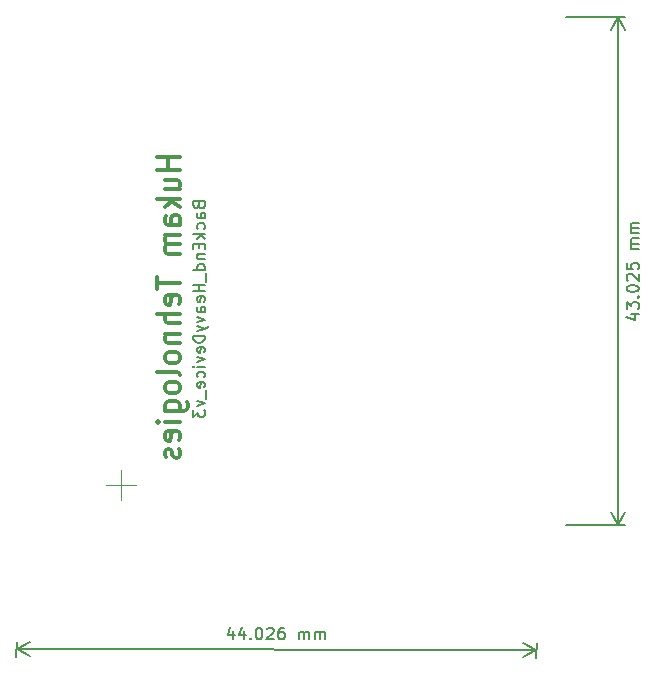
<source format=gbr>
G04 #@! TF.GenerationSoftware,KiCad,Pcbnew,5.1.7-a382d34a8~88~ubuntu18.04.1*
G04 #@! TF.CreationDate,2021-08-09T13:16:33+05:30*
G04 #@! TF.ProjectId,BackEnd_HeavyDevice_v3,4261636b-456e-4645-9f48-656176794465,rev?*
G04 #@! TF.SameCoordinates,Original*
G04 #@! TF.FileFunction,OtherDrawing,Comment*
%FSLAX46Y46*%
G04 Gerber Fmt 4.6, Leading zero omitted, Abs format (unit mm)*
G04 Created by KiCad (PCBNEW 5.1.7-a382d34a8~88~ubuntu18.04.1) date 2021-08-09 13:16:33*
%MOMM*%
%LPD*%
G01*
G04 APERTURE LIST*
%ADD10C,0.150000*%
%ADD11C,0.200000*%
%ADD12C,0.300000*%
%ADD13C,0.050000*%
G04 APERTURE END LIST*
D10*
X159653245Y-117933514D02*
X160319910Y-117934577D01*
X159271913Y-118171002D02*
X159985818Y-118410235D01*
X159986805Y-117791188D01*
X159320595Y-117504412D02*
X159321582Y-116885365D01*
X159702002Y-117219305D01*
X159702230Y-117076448D01*
X159750001Y-116981286D01*
X159797695Y-116933743D01*
X159893009Y-116886276D01*
X160131104Y-116886655D01*
X160226266Y-116934426D01*
X160273809Y-116982121D01*
X160321277Y-117077435D01*
X160320821Y-117363149D01*
X160273050Y-117458311D01*
X160225356Y-117505854D01*
X160227025Y-116458236D02*
X160274720Y-116410693D01*
X160322263Y-116458388D01*
X160274568Y-116505931D01*
X160227025Y-116458236D01*
X160322263Y-116458388D01*
X159323327Y-115790128D02*
X159323479Y-115694890D01*
X159371250Y-115599728D01*
X159418945Y-115552185D01*
X159514259Y-115504718D01*
X159704810Y-115457403D01*
X159942905Y-115457782D01*
X160133305Y-115505705D01*
X160228468Y-115553475D01*
X160276011Y-115601170D01*
X160323478Y-115696484D01*
X160323326Y-115791722D01*
X160275555Y-115886884D01*
X160227860Y-115934427D01*
X160132546Y-115981895D01*
X159941995Y-116029210D01*
X159703900Y-116028830D01*
X159513500Y-115980908D01*
X159418338Y-115933137D01*
X159370794Y-115885442D01*
X159323327Y-115790128D01*
X159419704Y-115075995D02*
X159372161Y-115028300D01*
X159324694Y-114932986D01*
X159325073Y-114694892D01*
X159372844Y-114599729D01*
X159420539Y-114552186D01*
X159515853Y-114504719D01*
X159611091Y-114504871D01*
X159753872Y-114552718D01*
X160324389Y-115125056D01*
X160325375Y-114506010D01*
X159326819Y-113599655D02*
X159326060Y-114075845D01*
X159802174Y-114124223D01*
X159754631Y-114076528D01*
X159707163Y-113981214D01*
X159707543Y-113743119D01*
X159755314Y-113647957D01*
X159803009Y-113600414D01*
X159898323Y-113552947D01*
X160136417Y-113553326D01*
X160231580Y-113601097D01*
X160279123Y-113648792D01*
X160326590Y-113744106D01*
X160326210Y-113982201D01*
X160278440Y-114077363D01*
X160230745Y-114124906D01*
X160328791Y-112363155D02*
X159662125Y-112362092D01*
X159757363Y-112362244D02*
X159709820Y-112314549D01*
X159662353Y-112219235D01*
X159662581Y-112076379D01*
X159710351Y-111981216D01*
X159805665Y-111933749D01*
X160329474Y-111934584D01*
X159805665Y-111933749D02*
X159710503Y-111885978D01*
X159663036Y-111790665D01*
X159663264Y-111647808D01*
X159711034Y-111552646D01*
X159806348Y-111505178D01*
X160330157Y-111506013D01*
X160330916Y-111029823D02*
X159664250Y-111028761D01*
X159759488Y-111028913D02*
X159711945Y-110981218D01*
X159664478Y-110885904D01*
X159664706Y-110743047D01*
X159712477Y-110647885D01*
X159807791Y-110600418D01*
X160331599Y-110601253D01*
X159807791Y-110600418D02*
X159712628Y-110552647D01*
X159665161Y-110457333D01*
X159665389Y-110314476D01*
X159713160Y-110219314D01*
X159808474Y-110171847D01*
X160332282Y-110172682D01*
X158539087Y-135777652D02*
X158607667Y-92752592D01*
X154127200Y-135770620D02*
X159125507Y-135778587D01*
X154195780Y-92745560D02*
X159194087Y-92753527D01*
X158607667Y-92752592D02*
X159192291Y-93880029D01*
X158607667Y-92752592D02*
X158019451Y-93878160D01*
X158539087Y-135777652D02*
X159127303Y-134652084D01*
X158539087Y-135777652D02*
X157954463Y-134650215D01*
X125991213Y-144777813D02*
X125990521Y-145444479D01*
X125753514Y-144396614D02*
X125514677Y-145110652D01*
X126133724Y-145111295D01*
X126943594Y-144778802D02*
X126942901Y-145445468D01*
X126705894Y-144397603D02*
X126467057Y-145111641D01*
X127086105Y-145112284D01*
X127466810Y-145350774D02*
X127514379Y-145398443D01*
X127466711Y-145446012D01*
X127419141Y-145398344D01*
X127466810Y-145350774D01*
X127466711Y-145446012D01*
X128134415Y-144446705D02*
X128229654Y-144446804D01*
X128324842Y-144494522D01*
X128372412Y-144542191D01*
X128419932Y-144637478D01*
X128467353Y-144828004D01*
X128467106Y-145066099D01*
X128419289Y-145256525D01*
X128371571Y-145351714D01*
X128323903Y-145399284D01*
X128228615Y-145446804D01*
X128133377Y-145446705D01*
X128038188Y-145398987D01*
X127990619Y-145351318D01*
X127943099Y-145256031D01*
X127895678Y-145065505D01*
X127895925Y-144827410D01*
X127943742Y-144636984D01*
X127991460Y-144541795D01*
X128039128Y-144494225D01*
X128134415Y-144446705D01*
X128848602Y-144542685D02*
X128896270Y-144495116D01*
X128991558Y-144447595D01*
X129229653Y-144447843D01*
X129324842Y-144495561D01*
X129372411Y-144543229D01*
X129419931Y-144638517D01*
X129419832Y-144733755D01*
X129372065Y-144876562D01*
X128800043Y-145447397D01*
X129419091Y-145448040D01*
X130277271Y-144448931D02*
X130086795Y-144448733D01*
X129991508Y-144496253D01*
X129943839Y-144543823D01*
X129848453Y-144686581D01*
X129800636Y-144877007D01*
X129800241Y-145257959D01*
X129847761Y-145353247D01*
X129895330Y-145400915D01*
X129990519Y-145448633D01*
X130180995Y-145448831D01*
X130276282Y-145401311D01*
X130323951Y-145353741D01*
X130371669Y-145258553D01*
X130371916Y-145020458D01*
X130324396Y-144925170D01*
X130276826Y-144877502D01*
X130181638Y-144829784D01*
X129991162Y-144829586D01*
X129895874Y-144877106D01*
X129848206Y-144924676D01*
X129800488Y-145019864D01*
X131561947Y-145450265D02*
X131562639Y-144783599D01*
X131562540Y-144878837D02*
X131610208Y-144831267D01*
X131705496Y-144783747D01*
X131848353Y-144783896D01*
X131943542Y-144831614D01*
X131991062Y-144926901D01*
X131990518Y-145450710D01*
X131991062Y-144926901D02*
X132038780Y-144831712D01*
X132134067Y-144784192D01*
X132276924Y-144784341D01*
X132372113Y-144832059D01*
X132419633Y-144927346D01*
X132419089Y-145451155D01*
X132895279Y-145451650D02*
X132895972Y-144784984D01*
X132895873Y-144880222D02*
X132943541Y-144832652D01*
X133038829Y-144785132D01*
X133181686Y-144785280D01*
X133276874Y-144832998D01*
X133324394Y-144928286D01*
X133323850Y-145452095D01*
X133324394Y-144928286D02*
X133372112Y-144833097D01*
X133467400Y-144785577D01*
X133610257Y-144785725D01*
X133705445Y-144833443D01*
X133752966Y-144928731D01*
X133752422Y-145452540D01*
X107643396Y-146273046D02*
X151669216Y-146318766D01*
X107642660Y-146982180D02*
X107644005Y-145686626D01*
X151668480Y-147027900D02*
X151669825Y-145732346D01*
X151669216Y-146318766D02*
X150542104Y-146904017D01*
X151669216Y-146318766D02*
X150543322Y-145731176D01*
X107643396Y-146273046D02*
X108769290Y-146860636D01*
X107643396Y-146273046D02*
X108770508Y-145687795D01*
D11*
X123083011Y-108700395D02*
X123130630Y-108843252D01*
X123178249Y-108890871D01*
X123273487Y-108938490D01*
X123416344Y-108938490D01*
X123511582Y-108890871D01*
X123559201Y-108843252D01*
X123606820Y-108748014D01*
X123606820Y-108367061D01*
X122606820Y-108367061D01*
X122606820Y-108700395D01*
X122654440Y-108795633D01*
X122702059Y-108843252D01*
X122797297Y-108890871D01*
X122892535Y-108890871D01*
X122987773Y-108843252D01*
X123035392Y-108795633D01*
X123083011Y-108700395D01*
X123083011Y-108367061D01*
X123606820Y-109795633D02*
X123083011Y-109795633D01*
X122987773Y-109748014D01*
X122940154Y-109652776D01*
X122940154Y-109462300D01*
X122987773Y-109367061D01*
X123559201Y-109795633D02*
X123606820Y-109700395D01*
X123606820Y-109462300D01*
X123559201Y-109367061D01*
X123463963Y-109319442D01*
X123368725Y-109319442D01*
X123273487Y-109367061D01*
X123225868Y-109462300D01*
X123225868Y-109700395D01*
X123178249Y-109795633D01*
X123559201Y-110700395D02*
X123606820Y-110605157D01*
X123606820Y-110414680D01*
X123559201Y-110319442D01*
X123511582Y-110271823D01*
X123416344Y-110224204D01*
X123130630Y-110224204D01*
X123035392Y-110271823D01*
X122987773Y-110319442D01*
X122940154Y-110414680D01*
X122940154Y-110605157D01*
X122987773Y-110700395D01*
X123606820Y-111128966D02*
X122606820Y-111128966D01*
X123225868Y-111224204D02*
X123606820Y-111509919D01*
X122940154Y-111509919D02*
X123321106Y-111128966D01*
X123083011Y-111938490D02*
X123083011Y-112271823D01*
X123606820Y-112414680D02*
X123606820Y-111938490D01*
X122606820Y-111938490D01*
X122606820Y-112414680D01*
X122940154Y-112843252D02*
X123606820Y-112843252D01*
X123035392Y-112843252D02*
X122987773Y-112890871D01*
X122940154Y-112986109D01*
X122940154Y-113128966D01*
X122987773Y-113224204D01*
X123083011Y-113271823D01*
X123606820Y-113271823D01*
X123606820Y-114176585D02*
X122606820Y-114176585D01*
X123559201Y-114176585D02*
X123606820Y-114081347D01*
X123606820Y-113890871D01*
X123559201Y-113795633D01*
X123511582Y-113748014D01*
X123416344Y-113700395D01*
X123130630Y-113700395D01*
X123035392Y-113748014D01*
X122987773Y-113795633D01*
X122940154Y-113890871D01*
X122940154Y-114081347D01*
X122987773Y-114176585D01*
X123702059Y-114414680D02*
X123702059Y-115176585D01*
X123606820Y-115414680D02*
X122606820Y-115414680D01*
X123083011Y-115414680D02*
X123083011Y-115986109D01*
X123606820Y-115986109D02*
X122606820Y-115986109D01*
X123559201Y-116843252D02*
X123606820Y-116748014D01*
X123606820Y-116557538D01*
X123559201Y-116462300D01*
X123463963Y-116414680D01*
X123083011Y-116414680D01*
X122987773Y-116462300D01*
X122940154Y-116557538D01*
X122940154Y-116748014D01*
X122987773Y-116843252D01*
X123083011Y-116890871D01*
X123178249Y-116890871D01*
X123273487Y-116414680D01*
X123606820Y-117748014D02*
X123083011Y-117748014D01*
X122987773Y-117700395D01*
X122940154Y-117605157D01*
X122940154Y-117414680D01*
X122987773Y-117319442D01*
X123559201Y-117748014D02*
X123606820Y-117652776D01*
X123606820Y-117414680D01*
X123559201Y-117319442D01*
X123463963Y-117271823D01*
X123368725Y-117271823D01*
X123273487Y-117319442D01*
X123225868Y-117414680D01*
X123225868Y-117652776D01*
X123178249Y-117748014D01*
X122940154Y-118128966D02*
X123606820Y-118367061D01*
X122940154Y-118605157D01*
X122940154Y-118890871D02*
X123606820Y-119128966D01*
X122940154Y-119367061D02*
X123606820Y-119128966D01*
X123844916Y-119033728D01*
X123892535Y-118986109D01*
X123940154Y-118890871D01*
X123606820Y-119748014D02*
X122606820Y-119748014D01*
X122606820Y-119986109D01*
X122654440Y-120128966D01*
X122749678Y-120224204D01*
X122844916Y-120271823D01*
X123035392Y-120319442D01*
X123178249Y-120319442D01*
X123368725Y-120271823D01*
X123463963Y-120224204D01*
X123559201Y-120128966D01*
X123606820Y-119986109D01*
X123606820Y-119748014D01*
X123559201Y-121128966D02*
X123606820Y-121033728D01*
X123606820Y-120843252D01*
X123559201Y-120748014D01*
X123463963Y-120700395D01*
X123083011Y-120700395D01*
X122987773Y-120748014D01*
X122940154Y-120843252D01*
X122940154Y-121033728D01*
X122987773Y-121128966D01*
X123083011Y-121176585D01*
X123178249Y-121176585D01*
X123273487Y-120700395D01*
X122940154Y-121509919D02*
X123606820Y-121748014D01*
X122940154Y-121986109D01*
X123606820Y-122367061D02*
X122940154Y-122367061D01*
X122606820Y-122367061D02*
X122654440Y-122319442D01*
X122702059Y-122367061D01*
X122654440Y-122414680D01*
X122606820Y-122367061D01*
X122702059Y-122367061D01*
X123559201Y-123271823D02*
X123606820Y-123176585D01*
X123606820Y-122986109D01*
X123559201Y-122890871D01*
X123511582Y-122843252D01*
X123416344Y-122795633D01*
X123130630Y-122795633D01*
X123035392Y-122843252D01*
X122987773Y-122890871D01*
X122940154Y-122986109D01*
X122940154Y-123176585D01*
X122987773Y-123271823D01*
X123559201Y-124081347D02*
X123606820Y-123986109D01*
X123606820Y-123795633D01*
X123559201Y-123700395D01*
X123463963Y-123652776D01*
X123083011Y-123652776D01*
X122987773Y-123700395D01*
X122940154Y-123795633D01*
X122940154Y-123986109D01*
X122987773Y-124081347D01*
X123083011Y-124128966D01*
X123178249Y-124128966D01*
X123273487Y-123652776D01*
X123702059Y-124319442D02*
X123702059Y-125081347D01*
X122940154Y-125224204D02*
X123606820Y-125462300D01*
X122940154Y-125700395D01*
X122606820Y-125986109D02*
X122606820Y-126605157D01*
X122987773Y-126271823D01*
X122987773Y-126414680D01*
X123035392Y-126509919D01*
X123083011Y-126557538D01*
X123178249Y-126605157D01*
X123416344Y-126605157D01*
X123511582Y-126557538D01*
X123559201Y-126509919D01*
X123606820Y-126414680D01*
X123606820Y-126128966D01*
X123559201Y-126033728D01*
X123511582Y-125986109D01*
D12*
X121509041Y-104639425D02*
X119509041Y-104639425D01*
X120461422Y-104639425D02*
X120461422Y-105667997D01*
X121509041Y-105667997D02*
X119509041Y-105667997D01*
X120175708Y-107296568D02*
X121509041Y-107296568D01*
X120175708Y-106525140D02*
X121223327Y-106525140D01*
X121413803Y-106610854D01*
X121509041Y-106782282D01*
X121509041Y-107039425D01*
X121413803Y-107210854D01*
X121318565Y-107296568D01*
X121509041Y-108153711D02*
X119509041Y-108153711D01*
X120747137Y-108325140D02*
X121509041Y-108839425D01*
X120175708Y-108839425D02*
X120937613Y-108153711D01*
X121509041Y-110382282D02*
X120461422Y-110382282D01*
X120270946Y-110296568D01*
X120175708Y-110125140D01*
X120175708Y-109782282D01*
X120270946Y-109610854D01*
X121413803Y-110382282D02*
X121509041Y-110210854D01*
X121509041Y-109782282D01*
X121413803Y-109610854D01*
X121223327Y-109525140D01*
X121032851Y-109525140D01*
X120842375Y-109610854D01*
X120747137Y-109782282D01*
X120747137Y-110210854D01*
X120651899Y-110382282D01*
X121509041Y-111239425D02*
X120175708Y-111239425D01*
X120366184Y-111239425D02*
X120270946Y-111325140D01*
X120175708Y-111496568D01*
X120175708Y-111753711D01*
X120270946Y-111925140D01*
X120461422Y-112010854D01*
X121509041Y-112010854D01*
X120461422Y-112010854D02*
X120270946Y-112096568D01*
X120175708Y-112267997D01*
X120175708Y-112525140D01*
X120270946Y-112696568D01*
X120461422Y-112782282D01*
X121509041Y-112782282D01*
X119509041Y-114753711D02*
X119509041Y-115782282D01*
X121509041Y-115267997D02*
X119509041Y-115267997D01*
X121413803Y-117067997D02*
X121509041Y-116896568D01*
X121509041Y-116553711D01*
X121413803Y-116382282D01*
X121223327Y-116296568D01*
X120461422Y-116296568D01*
X120270946Y-116382282D01*
X120175708Y-116553711D01*
X120175708Y-116896568D01*
X120270946Y-117067997D01*
X120461422Y-117153711D01*
X120651899Y-117153711D01*
X120842375Y-116296568D01*
X121509041Y-117925140D02*
X119509041Y-117925140D01*
X121509041Y-118696568D02*
X120461422Y-118696568D01*
X120270946Y-118610854D01*
X120175708Y-118439425D01*
X120175708Y-118182282D01*
X120270946Y-118010854D01*
X120366184Y-117925140D01*
X120175708Y-119553711D02*
X121509041Y-119553711D01*
X120366184Y-119553711D02*
X120270946Y-119639425D01*
X120175708Y-119810854D01*
X120175708Y-120067997D01*
X120270946Y-120239425D01*
X120461422Y-120325140D01*
X121509041Y-120325140D01*
X121509041Y-121439425D02*
X121413803Y-121267997D01*
X121318565Y-121182282D01*
X121128089Y-121096568D01*
X120556660Y-121096568D01*
X120366184Y-121182282D01*
X120270946Y-121267997D01*
X120175708Y-121439425D01*
X120175708Y-121696568D01*
X120270946Y-121867997D01*
X120366184Y-121953711D01*
X120556660Y-122039425D01*
X121128089Y-122039425D01*
X121318565Y-121953711D01*
X121413803Y-121867997D01*
X121509041Y-121696568D01*
X121509041Y-121439425D01*
X121509041Y-123067997D02*
X121413803Y-122896568D01*
X121223327Y-122810854D01*
X119509041Y-122810854D01*
X121509041Y-124010854D02*
X121413803Y-123839425D01*
X121318565Y-123753711D01*
X121128089Y-123667997D01*
X120556660Y-123667997D01*
X120366184Y-123753711D01*
X120270946Y-123839425D01*
X120175708Y-124010854D01*
X120175708Y-124267997D01*
X120270946Y-124439425D01*
X120366184Y-124525140D01*
X120556660Y-124610854D01*
X121128089Y-124610854D01*
X121318565Y-124525140D01*
X121413803Y-124439425D01*
X121509041Y-124267997D01*
X121509041Y-124010854D01*
X120175708Y-126153711D02*
X121794756Y-126153711D01*
X121985232Y-126067997D01*
X122080470Y-125982282D01*
X122175708Y-125810854D01*
X122175708Y-125553711D01*
X122080470Y-125382282D01*
X121413803Y-126153711D02*
X121509041Y-125982282D01*
X121509041Y-125639425D01*
X121413803Y-125467997D01*
X121318565Y-125382282D01*
X121128089Y-125296568D01*
X120556660Y-125296568D01*
X120366184Y-125382282D01*
X120270946Y-125467997D01*
X120175708Y-125639425D01*
X120175708Y-125982282D01*
X120270946Y-126153711D01*
X121509041Y-127010854D02*
X120175708Y-127010854D01*
X119509041Y-127010854D02*
X119604280Y-126925140D01*
X119699518Y-127010854D01*
X119604280Y-127096568D01*
X119509041Y-127010854D01*
X119699518Y-127010854D01*
X121413803Y-128553711D02*
X121509041Y-128382282D01*
X121509041Y-128039425D01*
X121413803Y-127867997D01*
X121223327Y-127782282D01*
X120461422Y-127782282D01*
X120270946Y-127867997D01*
X120175708Y-128039425D01*
X120175708Y-128382282D01*
X120270946Y-128553711D01*
X120461422Y-128639425D01*
X120651899Y-128639425D01*
X120842375Y-127782282D01*
X121413803Y-129325140D02*
X121509041Y-129496568D01*
X121509041Y-129839425D01*
X121413803Y-130010854D01*
X121223327Y-130096568D01*
X121128089Y-130096568D01*
X120937613Y-130010854D01*
X120842375Y-129839425D01*
X120842375Y-129582282D01*
X120747137Y-129410854D01*
X120556660Y-129325140D01*
X120461422Y-129325140D01*
X120270946Y-129410854D01*
X120175708Y-129582282D01*
X120175708Y-129839425D01*
X120270946Y-130010854D01*
D13*
X116500000Y-133670000D02*
X116500000Y-131130000D01*
X115230000Y-132400000D02*
X117770000Y-132400000D01*
M02*

</source>
